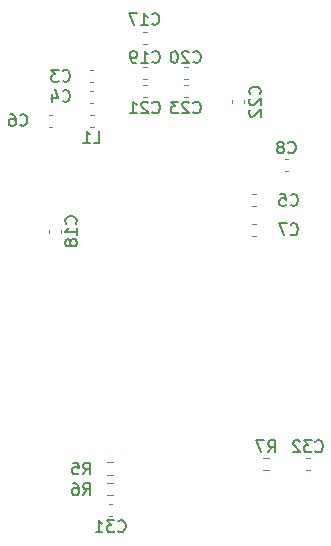
<source format=gbr>
%TF.GenerationSoftware,KiCad,Pcbnew,(6.0.4)*%
%TF.CreationDate,2022-04-26T10:44:58+02:00*%
%TF.ProjectId,MSK_RF,4d534b5f-5246-42e6-9b69-6361645f7063,rev?*%
%TF.SameCoordinates,Original*%
%TF.FileFunction,Legend,Bot*%
%TF.FilePolarity,Positive*%
%FSLAX46Y46*%
G04 Gerber Fmt 4.6, Leading zero omitted, Abs format (unit mm)*
G04 Created by KiCad (PCBNEW (6.0.4)) date 2022-04-26 10:44:58*
%MOMM*%
%LPD*%
G01*
G04 APERTURE LIST*
%ADD10C,0.150000*%
%ADD11C,0.120000*%
G04 APERTURE END LIST*
D10*
%TO.C,L1*%
X60791666Y-102132380D02*
X61267857Y-102132380D01*
X61267857Y-101132380D01*
X59934523Y-102132380D02*
X60505952Y-102132380D01*
X60220238Y-102132380D02*
X60220238Y-101132380D01*
X60315476Y-101275238D01*
X60410714Y-101370476D01*
X60505952Y-101418095D01*
%TO.C,C22*%
X74857142Y-97994642D02*
X74904761Y-97947023D01*
X74952380Y-97804166D01*
X74952380Y-97708928D01*
X74904761Y-97566071D01*
X74809523Y-97470833D01*
X74714285Y-97423214D01*
X74523809Y-97375595D01*
X74380952Y-97375595D01*
X74190476Y-97423214D01*
X74095238Y-97470833D01*
X74000000Y-97566071D01*
X73952380Y-97708928D01*
X73952380Y-97804166D01*
X74000000Y-97947023D01*
X74047619Y-97994642D01*
X74047619Y-98375595D02*
X74000000Y-98423214D01*
X73952380Y-98518452D01*
X73952380Y-98756547D01*
X74000000Y-98851785D01*
X74047619Y-98899404D01*
X74142857Y-98947023D01*
X74238095Y-98947023D01*
X74380952Y-98899404D01*
X74952380Y-98327976D01*
X74952380Y-98947023D01*
X74047619Y-99327976D02*
X74000000Y-99375595D01*
X73952380Y-99470833D01*
X73952380Y-99708928D01*
X74000000Y-99804166D01*
X74047619Y-99851785D01*
X74142857Y-99899404D01*
X74238095Y-99899404D01*
X74380952Y-99851785D01*
X74952380Y-99280357D01*
X74952380Y-99899404D01*
%TO.C,C5*%
X77466666Y-107357142D02*
X77514285Y-107404761D01*
X77657142Y-107452380D01*
X77752380Y-107452380D01*
X77895238Y-107404761D01*
X77990476Y-107309523D01*
X78038095Y-107214285D01*
X78085714Y-107023809D01*
X78085714Y-106880952D01*
X78038095Y-106690476D01*
X77990476Y-106595238D01*
X77895238Y-106500000D01*
X77752380Y-106452380D01*
X77657142Y-106452380D01*
X77514285Y-106500000D01*
X77466666Y-106547619D01*
X76561904Y-106452380D02*
X77038095Y-106452380D01*
X77085714Y-106928571D01*
X77038095Y-106880952D01*
X76942857Y-106833333D01*
X76704761Y-106833333D01*
X76609523Y-106880952D01*
X76561904Y-106928571D01*
X76514285Y-107023809D01*
X76514285Y-107261904D01*
X76561904Y-107357142D01*
X76609523Y-107404761D01*
X76704761Y-107452380D01*
X76942857Y-107452380D01*
X77038095Y-107404761D01*
X77085714Y-107357142D01*
%TO.C,C3*%
X58166666Y-96857142D02*
X58214285Y-96904761D01*
X58357142Y-96952380D01*
X58452380Y-96952380D01*
X58595238Y-96904761D01*
X58690476Y-96809523D01*
X58738095Y-96714285D01*
X58785714Y-96523809D01*
X58785714Y-96380952D01*
X58738095Y-96190476D01*
X58690476Y-96095238D01*
X58595238Y-96000000D01*
X58452380Y-95952380D01*
X58357142Y-95952380D01*
X58214285Y-96000000D01*
X58166666Y-96047619D01*
X57833333Y-95952380D02*
X57214285Y-95952380D01*
X57547619Y-96333333D01*
X57404761Y-96333333D01*
X57309523Y-96380952D01*
X57261904Y-96428571D01*
X57214285Y-96523809D01*
X57214285Y-96761904D01*
X57261904Y-96857142D01*
X57309523Y-96904761D01*
X57404761Y-96952380D01*
X57690476Y-96952380D01*
X57785714Y-96904761D01*
X57833333Y-96857142D01*
%TO.C,C23*%
X69242857Y-99537142D02*
X69290476Y-99584761D01*
X69433333Y-99632380D01*
X69528571Y-99632380D01*
X69671428Y-99584761D01*
X69766666Y-99489523D01*
X69814285Y-99394285D01*
X69861904Y-99203809D01*
X69861904Y-99060952D01*
X69814285Y-98870476D01*
X69766666Y-98775238D01*
X69671428Y-98680000D01*
X69528571Y-98632380D01*
X69433333Y-98632380D01*
X69290476Y-98680000D01*
X69242857Y-98727619D01*
X68861904Y-98727619D02*
X68814285Y-98680000D01*
X68719047Y-98632380D01*
X68480952Y-98632380D01*
X68385714Y-98680000D01*
X68338095Y-98727619D01*
X68290476Y-98822857D01*
X68290476Y-98918095D01*
X68338095Y-99060952D01*
X68909523Y-99632380D01*
X68290476Y-99632380D01*
X67957142Y-98632380D02*
X67338095Y-98632380D01*
X67671428Y-99013333D01*
X67528571Y-99013333D01*
X67433333Y-99060952D01*
X67385714Y-99108571D01*
X67338095Y-99203809D01*
X67338095Y-99441904D01*
X67385714Y-99537142D01*
X67433333Y-99584761D01*
X67528571Y-99632380D01*
X67814285Y-99632380D01*
X67909523Y-99584761D01*
X67957142Y-99537142D01*
%TO.C,C21*%
X65780357Y-99537142D02*
X65827976Y-99584761D01*
X65970833Y-99632380D01*
X66066071Y-99632380D01*
X66208928Y-99584761D01*
X66304166Y-99489523D01*
X66351785Y-99394285D01*
X66399404Y-99203809D01*
X66399404Y-99060952D01*
X66351785Y-98870476D01*
X66304166Y-98775238D01*
X66208928Y-98680000D01*
X66066071Y-98632380D01*
X65970833Y-98632380D01*
X65827976Y-98680000D01*
X65780357Y-98727619D01*
X65399404Y-98727619D02*
X65351785Y-98680000D01*
X65256547Y-98632380D01*
X65018452Y-98632380D01*
X64923214Y-98680000D01*
X64875595Y-98727619D01*
X64827976Y-98822857D01*
X64827976Y-98918095D01*
X64875595Y-99060952D01*
X65447023Y-99632380D01*
X64827976Y-99632380D01*
X63875595Y-99632380D02*
X64447023Y-99632380D01*
X64161309Y-99632380D02*
X64161309Y-98632380D01*
X64256547Y-98775238D01*
X64351785Y-98870476D01*
X64447023Y-98918095D01*
%TO.C,C7*%
X77466666Y-109857142D02*
X77514285Y-109904761D01*
X77657142Y-109952380D01*
X77752380Y-109952380D01*
X77895238Y-109904761D01*
X77990476Y-109809523D01*
X78038095Y-109714285D01*
X78085714Y-109523809D01*
X78085714Y-109380952D01*
X78038095Y-109190476D01*
X77990476Y-109095238D01*
X77895238Y-109000000D01*
X77752380Y-108952380D01*
X77657142Y-108952380D01*
X77514285Y-109000000D01*
X77466666Y-109047619D01*
X77133333Y-108952380D02*
X76466666Y-108952380D01*
X76895238Y-109952380D01*
%TO.C,C8*%
X77279166Y-102927142D02*
X77326785Y-102974761D01*
X77469642Y-103022380D01*
X77564880Y-103022380D01*
X77707738Y-102974761D01*
X77802976Y-102879523D01*
X77850595Y-102784285D01*
X77898214Y-102593809D01*
X77898214Y-102450952D01*
X77850595Y-102260476D01*
X77802976Y-102165238D01*
X77707738Y-102070000D01*
X77564880Y-102022380D01*
X77469642Y-102022380D01*
X77326785Y-102070000D01*
X77279166Y-102117619D01*
X76707738Y-102450952D02*
X76802976Y-102403333D01*
X76850595Y-102355714D01*
X76898214Y-102260476D01*
X76898214Y-102212857D01*
X76850595Y-102117619D01*
X76802976Y-102070000D01*
X76707738Y-102022380D01*
X76517261Y-102022380D01*
X76422023Y-102070000D01*
X76374404Y-102117619D01*
X76326785Y-102212857D01*
X76326785Y-102260476D01*
X76374404Y-102355714D01*
X76422023Y-102403333D01*
X76517261Y-102450952D01*
X76707738Y-102450952D01*
X76802976Y-102498571D01*
X76850595Y-102546190D01*
X76898214Y-102641428D01*
X76898214Y-102831904D01*
X76850595Y-102927142D01*
X76802976Y-102974761D01*
X76707738Y-103022380D01*
X76517261Y-103022380D01*
X76422023Y-102974761D01*
X76374404Y-102927142D01*
X76326785Y-102831904D01*
X76326785Y-102641428D01*
X76374404Y-102546190D01*
X76422023Y-102498571D01*
X76517261Y-102450952D01*
%TO.C,C20*%
X69242857Y-95257142D02*
X69290476Y-95304761D01*
X69433333Y-95352380D01*
X69528571Y-95352380D01*
X69671428Y-95304761D01*
X69766666Y-95209523D01*
X69814285Y-95114285D01*
X69861904Y-94923809D01*
X69861904Y-94780952D01*
X69814285Y-94590476D01*
X69766666Y-94495238D01*
X69671428Y-94400000D01*
X69528571Y-94352380D01*
X69433333Y-94352380D01*
X69290476Y-94400000D01*
X69242857Y-94447619D01*
X68861904Y-94447619D02*
X68814285Y-94400000D01*
X68719047Y-94352380D01*
X68480952Y-94352380D01*
X68385714Y-94400000D01*
X68338095Y-94447619D01*
X68290476Y-94542857D01*
X68290476Y-94638095D01*
X68338095Y-94780952D01*
X68909523Y-95352380D01*
X68290476Y-95352380D01*
X67671428Y-94352380D02*
X67576190Y-94352380D01*
X67480952Y-94400000D01*
X67433333Y-94447619D01*
X67385714Y-94542857D01*
X67338095Y-94733333D01*
X67338095Y-94971428D01*
X67385714Y-95161904D01*
X67433333Y-95257142D01*
X67480952Y-95304761D01*
X67576190Y-95352380D01*
X67671428Y-95352380D01*
X67766666Y-95304761D01*
X67814285Y-95257142D01*
X67861904Y-95161904D01*
X67909523Y-94971428D01*
X67909523Y-94733333D01*
X67861904Y-94542857D01*
X67814285Y-94447619D01*
X67766666Y-94400000D01*
X67671428Y-94352380D01*
%TO.C,R5*%
X59916666Y-130202380D02*
X60250000Y-129726190D01*
X60488095Y-130202380D02*
X60488095Y-129202380D01*
X60107142Y-129202380D01*
X60011904Y-129250000D01*
X59964285Y-129297619D01*
X59916666Y-129392857D01*
X59916666Y-129535714D01*
X59964285Y-129630952D01*
X60011904Y-129678571D01*
X60107142Y-129726190D01*
X60488095Y-129726190D01*
X59011904Y-129202380D02*
X59488095Y-129202380D01*
X59535714Y-129678571D01*
X59488095Y-129630952D01*
X59392857Y-129583333D01*
X59154761Y-129583333D01*
X59059523Y-129630952D01*
X59011904Y-129678571D01*
X58964285Y-129773809D01*
X58964285Y-130011904D01*
X59011904Y-130107142D01*
X59059523Y-130154761D01*
X59154761Y-130202380D01*
X59392857Y-130202380D01*
X59488095Y-130154761D01*
X59535714Y-130107142D01*
%TO.C,C6*%
X54566666Y-100607142D02*
X54614285Y-100654761D01*
X54757142Y-100702380D01*
X54852380Y-100702380D01*
X54995238Y-100654761D01*
X55090476Y-100559523D01*
X55138095Y-100464285D01*
X55185714Y-100273809D01*
X55185714Y-100130952D01*
X55138095Y-99940476D01*
X55090476Y-99845238D01*
X54995238Y-99750000D01*
X54852380Y-99702380D01*
X54757142Y-99702380D01*
X54614285Y-99750000D01*
X54566666Y-99797619D01*
X53709523Y-99702380D02*
X53900000Y-99702380D01*
X53995238Y-99750000D01*
X54042857Y-99797619D01*
X54138095Y-99940476D01*
X54185714Y-100130952D01*
X54185714Y-100511904D01*
X54138095Y-100607142D01*
X54090476Y-100654761D01*
X53995238Y-100702380D01*
X53804761Y-100702380D01*
X53709523Y-100654761D01*
X53661904Y-100607142D01*
X53614285Y-100511904D01*
X53614285Y-100273809D01*
X53661904Y-100178571D01*
X53709523Y-100130952D01*
X53804761Y-100083333D01*
X53995238Y-100083333D01*
X54090476Y-100130952D01*
X54138095Y-100178571D01*
X54185714Y-100273809D01*
%TO.C,C19*%
X65780357Y-95257142D02*
X65827976Y-95304761D01*
X65970833Y-95352380D01*
X66066071Y-95352380D01*
X66208928Y-95304761D01*
X66304166Y-95209523D01*
X66351785Y-95114285D01*
X66399404Y-94923809D01*
X66399404Y-94780952D01*
X66351785Y-94590476D01*
X66304166Y-94495238D01*
X66208928Y-94400000D01*
X66066071Y-94352380D01*
X65970833Y-94352380D01*
X65827976Y-94400000D01*
X65780357Y-94447619D01*
X64827976Y-95352380D02*
X65399404Y-95352380D01*
X65113690Y-95352380D02*
X65113690Y-94352380D01*
X65208928Y-94495238D01*
X65304166Y-94590476D01*
X65399404Y-94638095D01*
X64351785Y-95352380D02*
X64161309Y-95352380D01*
X64066071Y-95304761D01*
X64018452Y-95257142D01*
X63923214Y-95114285D01*
X63875595Y-94923809D01*
X63875595Y-94542857D01*
X63923214Y-94447619D01*
X63970833Y-94400000D01*
X64066071Y-94352380D01*
X64256547Y-94352380D01*
X64351785Y-94400000D01*
X64399404Y-94447619D01*
X64447023Y-94542857D01*
X64447023Y-94780952D01*
X64399404Y-94876190D01*
X64351785Y-94923809D01*
X64256547Y-94971428D01*
X64066071Y-94971428D01*
X63970833Y-94923809D01*
X63923214Y-94876190D01*
X63875595Y-94780952D01*
%TO.C,C32*%
X79580357Y-128227142D02*
X79627976Y-128274761D01*
X79770833Y-128322380D01*
X79866071Y-128322380D01*
X80008928Y-128274761D01*
X80104166Y-128179523D01*
X80151785Y-128084285D01*
X80199404Y-127893809D01*
X80199404Y-127750952D01*
X80151785Y-127560476D01*
X80104166Y-127465238D01*
X80008928Y-127370000D01*
X79866071Y-127322380D01*
X79770833Y-127322380D01*
X79627976Y-127370000D01*
X79580357Y-127417619D01*
X79247023Y-127322380D02*
X78627976Y-127322380D01*
X78961309Y-127703333D01*
X78818452Y-127703333D01*
X78723214Y-127750952D01*
X78675595Y-127798571D01*
X78627976Y-127893809D01*
X78627976Y-128131904D01*
X78675595Y-128227142D01*
X78723214Y-128274761D01*
X78818452Y-128322380D01*
X79104166Y-128322380D01*
X79199404Y-128274761D01*
X79247023Y-128227142D01*
X78247023Y-127417619D02*
X78199404Y-127370000D01*
X78104166Y-127322380D01*
X77866071Y-127322380D01*
X77770833Y-127370000D01*
X77723214Y-127417619D01*
X77675595Y-127512857D01*
X77675595Y-127608095D01*
X77723214Y-127750952D01*
X78294642Y-128322380D01*
X77675595Y-128322380D01*
%TO.C,C31*%
X62880357Y-134987142D02*
X62927976Y-135034761D01*
X63070833Y-135082380D01*
X63166071Y-135082380D01*
X63308928Y-135034761D01*
X63404166Y-134939523D01*
X63451785Y-134844285D01*
X63499404Y-134653809D01*
X63499404Y-134510952D01*
X63451785Y-134320476D01*
X63404166Y-134225238D01*
X63308928Y-134130000D01*
X63166071Y-134082380D01*
X63070833Y-134082380D01*
X62927976Y-134130000D01*
X62880357Y-134177619D01*
X62547023Y-134082380D02*
X61927976Y-134082380D01*
X62261309Y-134463333D01*
X62118452Y-134463333D01*
X62023214Y-134510952D01*
X61975595Y-134558571D01*
X61927976Y-134653809D01*
X61927976Y-134891904D01*
X61975595Y-134987142D01*
X62023214Y-135034761D01*
X62118452Y-135082380D01*
X62404166Y-135082380D01*
X62499404Y-135034761D01*
X62547023Y-134987142D01*
X60975595Y-135082380D02*
X61547023Y-135082380D01*
X61261309Y-135082380D02*
X61261309Y-134082380D01*
X61356547Y-134225238D01*
X61451785Y-134320476D01*
X61547023Y-134368095D01*
%TO.C,C17*%
X65742857Y-92057142D02*
X65790476Y-92104761D01*
X65933333Y-92152380D01*
X66028571Y-92152380D01*
X66171428Y-92104761D01*
X66266666Y-92009523D01*
X66314285Y-91914285D01*
X66361904Y-91723809D01*
X66361904Y-91580952D01*
X66314285Y-91390476D01*
X66266666Y-91295238D01*
X66171428Y-91200000D01*
X66028571Y-91152380D01*
X65933333Y-91152380D01*
X65790476Y-91200000D01*
X65742857Y-91247619D01*
X64790476Y-92152380D02*
X65361904Y-92152380D01*
X65076190Y-92152380D02*
X65076190Y-91152380D01*
X65171428Y-91295238D01*
X65266666Y-91390476D01*
X65361904Y-91438095D01*
X64457142Y-91152380D02*
X63790476Y-91152380D01*
X64219047Y-92152380D01*
%TO.C,R6*%
X59916666Y-131952380D02*
X60250000Y-131476190D01*
X60488095Y-131952380D02*
X60488095Y-130952380D01*
X60107142Y-130952380D01*
X60011904Y-131000000D01*
X59964285Y-131047619D01*
X59916666Y-131142857D01*
X59916666Y-131285714D01*
X59964285Y-131380952D01*
X60011904Y-131428571D01*
X60107142Y-131476190D01*
X60488095Y-131476190D01*
X59059523Y-130952380D02*
X59250000Y-130952380D01*
X59345238Y-131000000D01*
X59392857Y-131047619D01*
X59488095Y-131190476D01*
X59535714Y-131380952D01*
X59535714Y-131761904D01*
X59488095Y-131857142D01*
X59440476Y-131904761D01*
X59345238Y-131952380D01*
X59154761Y-131952380D01*
X59059523Y-131904761D01*
X59011904Y-131857142D01*
X58964285Y-131761904D01*
X58964285Y-131523809D01*
X59011904Y-131428571D01*
X59059523Y-131380952D01*
X59154761Y-131333333D01*
X59345238Y-131333333D01*
X59440476Y-131380952D01*
X59488095Y-131428571D01*
X59535714Y-131523809D01*
%TO.C,R7*%
X75579166Y-128322380D02*
X75912500Y-127846190D01*
X76150595Y-128322380D02*
X76150595Y-127322380D01*
X75769642Y-127322380D01*
X75674404Y-127370000D01*
X75626785Y-127417619D01*
X75579166Y-127512857D01*
X75579166Y-127655714D01*
X75626785Y-127750952D01*
X75674404Y-127798571D01*
X75769642Y-127846190D01*
X76150595Y-127846190D01*
X75245833Y-127322380D02*
X74579166Y-127322380D01*
X75007738Y-128322380D01*
%TO.C,C4*%
X58166666Y-98557142D02*
X58214285Y-98604761D01*
X58357142Y-98652380D01*
X58452380Y-98652380D01*
X58595238Y-98604761D01*
X58690476Y-98509523D01*
X58738095Y-98414285D01*
X58785714Y-98223809D01*
X58785714Y-98080952D01*
X58738095Y-97890476D01*
X58690476Y-97795238D01*
X58595238Y-97700000D01*
X58452380Y-97652380D01*
X58357142Y-97652380D01*
X58214285Y-97700000D01*
X58166666Y-97747619D01*
X57309523Y-97985714D02*
X57309523Y-98652380D01*
X57547619Y-97604761D02*
X57785714Y-98319047D01*
X57166666Y-98319047D01*
%TO.C,C18*%
X59287142Y-108969642D02*
X59334761Y-108922023D01*
X59382380Y-108779166D01*
X59382380Y-108683928D01*
X59334761Y-108541071D01*
X59239523Y-108445833D01*
X59144285Y-108398214D01*
X58953809Y-108350595D01*
X58810952Y-108350595D01*
X58620476Y-108398214D01*
X58525238Y-108445833D01*
X58430000Y-108541071D01*
X58382380Y-108683928D01*
X58382380Y-108779166D01*
X58430000Y-108922023D01*
X58477619Y-108969642D01*
X59382380Y-109922023D02*
X59382380Y-109350595D01*
X59382380Y-109636309D02*
X58382380Y-109636309D01*
X58525238Y-109541071D01*
X58620476Y-109445833D01*
X58668095Y-109350595D01*
X58810952Y-110493452D02*
X58763333Y-110398214D01*
X58715714Y-110350595D01*
X58620476Y-110302976D01*
X58572857Y-110302976D01*
X58477619Y-110350595D01*
X58430000Y-110398214D01*
X58382380Y-110493452D01*
X58382380Y-110683928D01*
X58430000Y-110779166D01*
X58477619Y-110826785D01*
X58572857Y-110874404D01*
X58620476Y-110874404D01*
X58715714Y-110826785D01*
X58763333Y-110779166D01*
X58810952Y-110683928D01*
X58810952Y-110493452D01*
X58858571Y-110398214D01*
X58906190Y-110350595D01*
X59001428Y-110302976D01*
X59191904Y-110302976D01*
X59287142Y-110350595D01*
X59334761Y-110398214D01*
X59382380Y-110493452D01*
X59382380Y-110683928D01*
X59334761Y-110779166D01*
X59287142Y-110826785D01*
X59191904Y-110874404D01*
X59001428Y-110874404D01*
X58906190Y-110826785D01*
X58858571Y-110779166D01*
X58810952Y-110683928D01*
D11*
%TO.C,L1*%
X60453733Y-100760000D02*
X60796267Y-100760000D01*
X60453733Y-99740000D02*
X60796267Y-99740000D01*
%TO.C,C22*%
X72490000Y-98491233D02*
X72490000Y-98783767D01*
X73510000Y-98491233D02*
X73510000Y-98783767D01*
%TO.C,C5*%
X74241233Y-107510000D02*
X74533767Y-107510000D01*
X74241233Y-106490000D02*
X74533767Y-106490000D01*
%TO.C,C3*%
X60758767Y-95990000D02*
X60466233Y-95990000D01*
X60758767Y-97010000D02*
X60466233Y-97010000D01*
%TO.C,C23*%
X68453733Y-98260000D02*
X68746267Y-98260000D01*
X68453733Y-97240000D02*
X68746267Y-97240000D01*
%TO.C,C21*%
X64991233Y-98260000D02*
X65283767Y-98260000D01*
X64991233Y-97240000D02*
X65283767Y-97240000D01*
%TO.C,C7*%
X74508767Y-110010000D02*
X74216233Y-110010000D01*
X74508767Y-108990000D02*
X74216233Y-108990000D01*
%TO.C,C8*%
X77258767Y-103490000D02*
X76966233Y-103490000D01*
X77258767Y-104510000D02*
X76966233Y-104510000D01*
%TO.C,C20*%
X68466233Y-95740000D02*
X68758767Y-95740000D01*
X68466233Y-96760000D02*
X68758767Y-96760000D01*
%TO.C,R5*%
X62442224Y-130222500D02*
X61932776Y-130222500D01*
X62442224Y-129177500D02*
X61932776Y-129177500D01*
%TO.C,C6*%
X57283767Y-100760000D02*
X56991233Y-100760000D01*
X57283767Y-99740000D02*
X56991233Y-99740000D01*
%TO.C,C19*%
X64991233Y-96760000D02*
X65283767Y-96760000D01*
X64991233Y-95740000D02*
X65283767Y-95740000D01*
%TO.C,C32*%
X79083767Y-128790000D02*
X78791233Y-128790000D01*
X79083767Y-129810000D02*
X78791233Y-129810000D01*
%TO.C,C31*%
X62091233Y-132690000D02*
X62383767Y-132690000D01*
X62091233Y-133710000D02*
X62383767Y-133710000D01*
%TO.C,C17*%
X64991233Y-92740000D02*
X65283767Y-92740000D01*
X64991233Y-93760000D02*
X65283767Y-93760000D01*
%TO.C,R6*%
X62442224Y-131972500D02*
X61932776Y-131972500D01*
X62442224Y-130927500D02*
X61932776Y-130927500D01*
%TO.C,R7*%
X75667224Y-128777500D02*
X75157776Y-128777500D01*
X75667224Y-129822500D02*
X75157776Y-129822500D01*
%TO.C,C4*%
X60758767Y-97740000D02*
X60466233Y-97740000D01*
X60758767Y-98760000D02*
X60466233Y-98760000D01*
%TO.C,C18*%
X58010000Y-109758767D02*
X58010000Y-109466233D01*
X56990000Y-109758767D02*
X56990000Y-109466233D01*
%TD*%
M02*

</source>
